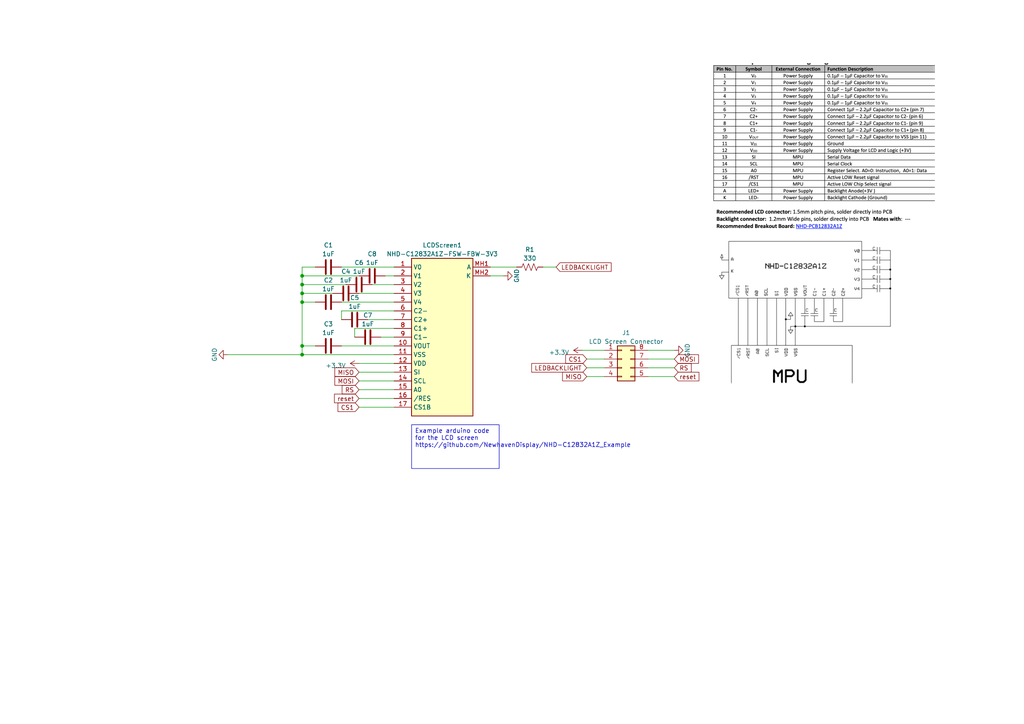
<source format=kicad_sch>
(kicad_sch (version 20230121) (generator eeschema)
  (paper "A4")
  (lib_symbols
    (symbol "Audio Module Eurorack:Conn_02x04_Counter_Clockwise" (pin_names (offset 1.016) hide)
      (property "Reference" "J" (at 1.27 5.08 0))
      (property "Value" "Conn_02x04_Counter_Clockwise" (at 1.27 -7.62 0))
      (symbol "Conn_02x04_Counter_Clockwise_1_1"
        (rectangle (start -1.27 -4.953) (end 0 -5.207) (stroke (width 0.1524)))
        (rectangle (start -1.27 -2.413) (end 0 -2.667) (stroke (width 0.1524)))
        (rectangle (start -1.27 0.127) (end 0 -0.127) (stroke (width 0.1524)))
        (rectangle (start -1.27 2.667) (end 0 2.413) (stroke (width 0.1524)))
        (rectangle (start -1.27 3.81) (end 3.81 -6.35) (stroke (width 0.254)) (fill (type background)))
        (rectangle (start 3.81 -4.953) (end 2.54 -5.207) (stroke (width 0.1524)))
        (rectangle (start 3.81 -2.413) (end 2.54 -2.667) (stroke (width 0.1524)))
        (rectangle (start 3.81 0.127) (end 2.54 -0.127) (stroke (width 0.1524)))
        (rectangle (start 3.81 2.667) (end 2.54 2.413) (stroke (width 0.1524)))
        (pin passive line (at -5.08 2.54 0) (length 3.81) (name "Pin_1") (number "1"))
        (pin passive line (at -5.08 0 0) (length 3.81) (name "Pin_2") (number "2"))
        (pin passive line (at -5.08 -2.54 0) (length 3.81) (name "Pin_3") (number "3"))
        (pin passive line (at -5.08 -5.08 0) (length 3.81) (name "Pin_4") (number "4"))
        (pin passive line (at 7.62 -5.08 180) (length 3.81) (name "Pin_5") (number "5"))
        (pin passive line (at 7.62 -2.54 180) (length 3.81) (name "Pin_6") (number "6"))
        (pin passive line (at 7.62 0 180) (length 3.81) (name "Pin_7") (number "7"))
        (pin passive line (at 7.62 2.54 180) (length 3.81) (name "Pin_8") (number "8"))
      )
    )
    (symbol "Device:C" (pin_numbers hide) (pin_names (offset 0.254))
      (property "Reference" "C" (at 0.635 2.54 0))
      (property "Value" "C" (at 0.635 -2.54 0))
      (symbol "C_0_1"
        (polyline (pts (xy -2.032 -0.762) (xy 2.032 -0.762)) (stroke (width 0.508)))
        (polyline (pts (xy -2.032 0.762) (xy 2.032 0.762)) (stroke (width 0.508)))
      )
      (symbol "C_1_1"
        (pin passive line (at 0 3.81 270) (length 2.794) (name "~") (number "1"))
        (pin passive line (at 0 -3.81 90) (length 2.794) (name "~") (number "2"))
      )
    )
    (symbol "Device:R_US" (pin_numbers hide) (pin_names (offset 0))
      (property "Reference" "R" (at 2.54 0 90))
      (property "Value" "R_US" (at -2.54 0 90))
      (symbol "R_US_0_1"
        (polyline (pts (xy 0 -2.286) (xy 0 -2.54)))
        (polyline (pts (xy 0 2.286) (xy 0 2.54)))
        (polyline (pts (xy 0 -0.762) (xy 1.016 -1.143) (xy 0 -1.524) (xy -1.016 -1.905) (xy 0 -2.286)))
        (polyline (pts (xy 0 0.762) (xy 1.016 0.381) (xy 0 0) (xy -1.016 -0.381) (xy 0 -0.762)))
        (polyline (pts (xy 0 2.286) (xy 1.016 1.905) (xy 0 1.524) (xy -1.016 1.143) (xy 0 0.762)))
      )
      (symbol "R_US_1_1"
        (pin passive line (at 0 3.81 270) (length 1.27) (name "~") (number "1"))
        (pin passive line (at 0 -3.81 90) (length 1.27) (name "~") (number "2"))
      )
    )
    (symbol "NHD-C12832A1Z-FSW-FBW-3V3:NHD-C12832A1Z-FSW-FBW-3V3"
      (property "Reference" "LCDScreen1" (at 13.97 6.35 0))
      (property "Value" "NHD-C12832A1Z-FSW-FBW-3V3" (at 13.97 3.81 0))
      (symbol "NHD-C12832A1Z-FSW-FBW-3V3_1_1"
        (rectangle (start 5.08 2.54) (end 22.86 -43.18) (stroke (width 0.254)) (fill (type background)))
        (pin passive line (at 0 0 0) (length 5.08) (name "V0") (number "1"))
        (pin passive line (at 0 -22.86 0) (length 5.08) (name "VOUT") (number "10"))
        (pin passive line (at 0 -25.4 0) (length 5.08) (name "VSS") (number "11"))
        (pin passive line (at 0 -27.94 0) (length 5.08) (name "VDD") (number "12"))
        (pin passive line (at 0 -30.48 0) (length 5.08) (name "SI") (number "13"))
        (pin passive line (at 0 -33.02 0) (length 5.08) (name "SCL") (number "14"))
        (pin passive line (at 0 -35.56 0) (length 5.08) (name "A0") (number "15"))
        (pin passive line (at 0 -38.1 0) (length 5.08) (name "/RES") (number "16"))
        (pin passive line (at 0 -40.64 0) (length 5.08) (name "CS1B") (number "17"))
        (pin passive line (at 0 -2.54 0) (length 5.08) (name "V1") (number "2"))
        (pin passive line (at 0 -5.08 0) (length 5.08) (name "V2") (number "3"))
        (pin passive line (at 0 -7.62 0) (length 5.08) (name "V3") (number "4"))
        (pin passive line (at 0 -10.16 0) (length 5.08) (name "V4") (number "5"))
        (pin passive line (at 0 -12.7 0) (length 5.08) (name "C2-") (number "6"))
        (pin passive line (at 0 -15.24 0) (length 5.08) (name "C2+") (number "7"))
        (pin passive line (at 0 -17.78 0) (length 5.08) (name "C1+") (number "8"))
        (pin passive line (at 0 -20.32 0) (length 5.08) (name "C1-") (number "9"))
        (pin passive line (at 27.94 0 180) (length 5.08) (name "A") (number "MH1"))
        (pin passive line (at 27.94 -2.54 180) (length 5.08) (name "K") (number "MH2"))
      )
    )
    (symbol "power:+3.3V" (power) (pin_names (offset 0))
      (property "Value" "+3.3V" (at 0 3.556 0))
      (symbol "+3.3V_0_1"
        (polyline (pts (xy -0.762 1.27) (xy 0 2.54)))
        (polyline (pts (xy 0 0) (xy 0 2.54)))
        (polyline (pts (xy 0 2.54) (xy 0.762 1.27)))
      )
      (symbol "+3.3V_1_1"
        (pin power_in line (at 0 0 90) (length 0) hide (name "+3.3V") (number "1"))
      )
    )
    (symbol "power:GND" (power) (pin_names (offset 0))
      (property "Value" "GND" (at 0 -3.81 0))
      (symbol "GND_0_1"
        (polyline (pts (xy 0 0) (xy 0 -1.27) (xy 1.27 -1.27) (xy 0 -2.54) (xy -1.27 -1.27) (xy 0 -1.27)))
      )
      (symbol "GND_1_1"
        (pin power_in line (at 0 0 270) (length 0) hide (name "GND") (number "1"))
      )
    )
  )
  (junction (at 87.63 87.63))
  (junction (at 87.63 85.09))
  (junction (at 87.63 80.01))
  (junction (at 87.63 100.33))
  (junction (at 87.63 82.55))
  (junction (at 87.63 102.87))
  (wire (pts (xy 104.14 113.03) (xy 114.3 113.03)))
  (wire (pts (xy 170.18 106.68) (xy 175.26 106.68)))
  (wire (pts (xy 99.06 77.47) (xy 114.3 77.47)))
  (wire (pts (xy 107.95 82.55) (xy 114.3 82.55)))
  (wire (pts (xy 104.14 118.11) (xy 114.3 118.11)))
  (wire (pts (xy 87.63 82.55) (xy 87.63 80.01)))
  (wire (pts (xy 110.49 97.79) (xy 114.3 97.79)))
  (wire (pts (xy 87.63 85.09) (xy 87.63 82.55)))
  (wire (pts (xy 99.06 92.71) (xy 99.06 90.17)))
  (wire (pts (xy 168.91 101.6) (xy 175.26 101.6)))
  (wire (pts (xy 104.14 107.95) (xy 114.3 107.95)))
  (wire (pts (xy 87.63 102.87) (xy 114.3 102.87)))
  (wire (pts (xy 99.06 90.17) (xy 114.3 90.17)))
  (wire (pts (xy 87.63 80.01) (xy 87.63 77.47)))
  (wire (pts (xy 87.63 87.63) (xy 87.63 85.09)))
  (wire (pts (xy 87.63 100.33) (xy 87.63 87.63)))
  (wire (pts (xy 187.96 106.68) (xy 195.58 106.68)))
  (wire (pts (xy 104.14 115.57) (xy 114.3 115.57)))
  (wire (pts (xy 104.14 110.49) (xy 114.3 110.49)))
  (wire (pts (xy 87.63 80.01) (xy 104.14 80.01)))
  (wire (pts (xy 170.18 109.22) (xy 175.26 109.22)))
  (wire (pts (xy 87.63 100.33) (xy 87.63 102.87)))
  (wire (pts (xy 102.87 97.79) (xy 102.87 95.25)))
  (wire (pts (xy 104.14 105.41) (xy 114.3 105.41)))
  (wire (pts (xy 91.44 100.33) (xy 87.63 100.33)))
  (wire (pts (xy 170.18 104.14) (xy 175.26 104.14)))
  (wire (pts (xy 157.48 77.47) (xy 161.29 77.47)))
  (wire (pts (xy 106.68 92.71) (xy 114.3 92.71)))
  (wire (pts (xy 66.04 102.87) (xy 87.63 102.87)))
  (wire (pts (xy 142.24 80.01) (xy 146.05 80.01)))
  (wire (pts (xy 87.63 77.47) (xy 91.44 77.47)))
  (wire (pts (xy 111.76 80.01) (xy 114.3 80.01)))
  (wire (pts (xy 142.24 77.47) (xy 149.86 77.47)))
  (wire (pts (xy 99.06 100.33) (xy 114.3 100.33)))
  (wire (pts (xy 104.14 85.09) (xy 114.3 85.09)))
  (wire (pts (xy 187.96 101.6) (xy 195.58 101.6)))
  (wire (pts (xy 102.87 95.25) (xy 114.3 95.25)))
  (wire (pts (xy 187.96 104.14) (xy 195.58 104.14)))
  (wire (pts (xy 87.63 87.63) (xy 91.44 87.63)))
  (wire (pts (xy 99.06 87.63) (xy 114.3 87.63)))
  (wire (pts (xy 87.63 85.09) (xy 96.52 85.09)))
  (wire (pts (xy 187.96 109.22) (xy 195.58 109.22)))
  (wire (pts (xy 87.63 82.55) (xy 100.33 82.55)))
  (image (at 238.76 64.77) (scale 0.72312))
  (text_box "Example arduino code for the LCD screen\nhttps://github.com/NewhavenDisplay/NHD-C12832A1Z_Example" (at 119.38 123.19 0) (size 25.4 12.7) (effects (font (size 1.27 1.27)) (justify left top)))
  (global_label "MOSI" (shape input) (at 195.58 104.14 0) (property "Intersheetrefs" "${INTERSHEET_REFS}" (effects hide)))
  (global_label "reset" (shape input) (at 195.58 109.22 0) (property "Intersheetrefs" "${INTERSHEET_REFS}" (effects hide)))
  (global_label "LEDBACKLIGHT" (shape input) (at 161.29 77.47 0) (property "Intersheetrefs" "${INTERSHEET_REFS}" (effects hide)))
  (global_label "LEDBACKLIGHT" (shape input) (at 170.18 106.68 180) (property "Intersheetrefs" "${INTERSHEET_REFS}" (effects hide)))
  (global_label "MISO" (shape input) (at 104.14 107.95 180) (property "Intersheetrefs" "${INTERSHEET_REFS}" (effects hide)))
  (global_label "RS" (shape input) (at 104.14 113.03 180) (property "Intersheetrefs" "${INTERSHEET_REFS}" (effects hide)))
  (global_label "CS1" (shape input) (at 170.18 104.14 180) (property "Intersheetrefs" "${INTERSHEET_REFS}" (effects hide)))
  (global_label "MOSI" (shape input) (at 104.14 110.49 180) (property "Intersheetrefs" "${INTERSHEET_REFS}" (effects hide)))
  (global_label "MISO" (shape input) (at 170.18 109.22 180) (property "Intersheetrefs" "${INTERSHEET_REFS}" (effects hide)))
  (global_label "RS" (shape input) (at 195.58 106.68 0) (property "Intersheetrefs" "${INTERSHEET_REFS}" (effects hide)))
  (global_label "reset" (shape input) (at 104.14 115.57 180) (property "Intersheetrefs" "${INTERSHEET_REFS}" (effects hide)))
  (global_label "CS1" (shape input) (at 104.14 118.11 180) (property "Intersheetrefs" "${INTERSHEET_REFS}" (effects hide)))
  (symbol (lib_id "power:+3.3V") (at 104.14 105.41 90) (unit 1)
    (property "Reference" "#PWR02" (effects hide))
    (property "Value" "+3.3V" (at 100.33 106.045 90) (effects (justify left)))
  )
  (symbol (lib_id "Device:C") (at 100.33 85.09 90) (unit 1)
    (property "Reference" "C4" (at 100.33 78.74 90))
    (property "Value" "1uF" (at 100.33 81.28 90))
    (property "Footprint" "Capacitor_SMD:C_1206_3216Metric_Pad1.33x1.80mm_HandSolder" (effects hide))
  )
  (symbol (lib_id "Device:R_US") (at 153.67 77.47 90) (unit 1)
    (property "Reference" "R1" (at 153.67 72.39 90))
    (property "Value" "330" (at 153.67 74.93 90))
    (property "Footprint" "PCM_4ms_Resistor:R_1206_3216Metric" (effects hide))
  )
  (symbol (lib_id "Device:C") (at 107.95 80.01 90) (unit 1)
    (property "Reference" "C8" (at 107.95 73.66 90))
    (property "Value" "1uF" (at 107.95 76.2 90))
    (property "Footprint" "Capacitor_SMD:C_1206_3216Metric_Pad1.33x1.80mm_HandSolder" (effects hide))
  )
  (symbol (lib_id "Audio Module Eurorack:Conn_02x04_Counter_Clockwise") (at 180.34 104.14 0) (unit 1)
    (property "Reference" "J1" (at 181.61 96.52 0))
    (property "Value" "LCD Screen Connector" (at 181.61 99.06 0))
    (property "Footprint" "Connector_PinSocket_2.00mm:PinSocket_2x04_P2.00mm_Vertical_SMD" (effects hide))
  )
  (symbol (lib_id "power:GND") (at 195.58 101.6 90) (unit 1)
    (property "Reference" "#PWR04" (effects hide))
    (property "Value" "GND" (at 199.39 101.6 0))
  )
  (symbol (lib_id "Device:C") (at 106.68 97.79 90) (unit 1)
    (property "Reference" "C7" (at 106.68 91.44 90))
    (property "Value" "1uF" (at 106.68 93.98 90))
    (property "Footprint" "Capacitor_SMD:C_1206_3216Metric_Pad1.33x1.80mm_HandSolder" (effects hide))
  )
  (symbol (lib_id "Device:C") (at 102.87 92.71 90) (unit 1)
    (property "Reference" "C5" (at 102.87 86.36 90))
    (property "Value" "1uF" (at 102.87 88.9 90))
    (property "Footprint" "Capacitor_SMD:C_1206_3216Metric_Pad1.33x1.80mm_HandSolder" (effects hide))
  )
  (symbol (lib_id "Device:C") (at 95.25 87.63 90) (unit 1)
    (property "Reference" "C2" (at 95.25 81.28 90))
    (property "Value" "1uF" (at 95.25 83.82 90))
    (property "Footprint" "Capacitor_SMD:C_1206_3216Metric_Pad1.33x1.80mm_HandSolder" (effects hide))
  )
  (symbol (lib_id "power:+3.3V") (at 168.91 101.6 90) (unit 1)
    (property "Reference" "#PWR05" (effects hide))
    (property "Value" "+3.3V" (at 165.1 102.235 90) (effects (justify left)))
  )
  (symbol (lib_id "Device:C") (at 104.14 82.55 90) (unit 1)
    (property "Reference" "C6" (at 104.14 76.2 90))
    (property "Value" "1uF" (at 104.14 78.74 90))
    (property "Footprint" "Capacitor_SMD:C_1206_3216Metric_Pad1.33x1.80mm_HandSolder" (effects hide))
  )
  (symbol (lib_id "Device:C") (at 95.25 100.33 90) (unit 1)
    (property "Reference" "C3" (at 95.25 93.98 90))
    (property "Value" "1uF" (at 95.25 96.52 90))
    (property "Footprint" "Capacitor_SMD:C_1206_3216Metric_Pad1.33x1.80mm_HandSolder" (effects hide))
  )
  (symbol (lib_id "power:GND") (at 146.05 80.01 90) (unit 1)
    (property "Reference" "#PWR03" (effects hide))
    (property "Value" "GND" (at 149.86 80.01 0))
  )
  (symbol (lib_id "Device:C") (at 95.25 77.47 90) (unit 1)
    (property "Reference" "C1" (at 95.25 71.12 90))
    (property "Value" "1uF" (at 95.25 73.66 90))
    (property "Footprint" "Capacitor_SMD:C_1206_3216Metric_Pad1.33x1.80mm_HandSolder" (effects hide))
  )
  (symbol (lib_id "power:GND") (at 66.04 102.87 270) (unit 1)
    (property "Reference" "#PWR01" (effects hide))
    (property "Value" "GND" (at 62.23 102.87 0))
  )
  (symbol (lib_id "NHD-C12832A1Z-FSW-FBW-3V3:NHD-C12832A1Z-FSW-FBW-3V3") (at 114.3 77.47 0) (unit 1)
    (property "Reference" "LCDScreen1" (at 128.27 71.12 0))
    (property "Value" "NHD-C12832A1Z-FSW-FBW-3V3" (at 128.27 73.66 0))
    (property "Footprint" "NHD C12832A1Z FSW LCD SPI Eurorack:NHDC12832A1ZFSWFBW3V3" (effects hide))
    (property "Datasheet" "https://www.newhavendisplay.com/specs/NHD-C12832A1Z-FSW-FBW-3V3.pdf" (effects hide))
    (property "Height" "4.3" (effects hide))
    (property "Mouser Part Number" "763-C12832A1ZFSWFBW3" (effects hide))
    (property "Mouser Price/Stock" "https://www.mouser.co.uk/ProductDetail/Newhaven-Display/NHD-C12832A1Z-FSW-FBW-3V3?qs=Vb5qD4CGh4nSmlh9l2%252Byrw%3D%3D" (effects hide))
    (property "Manufacturer_Name" "Newhaven Display" (effects hide))
    (property "Manufacturer_Part_Number" "NHD-C12832A1Z-FSW-FBW-3V3" (effects hide))
  )
)
</source>
